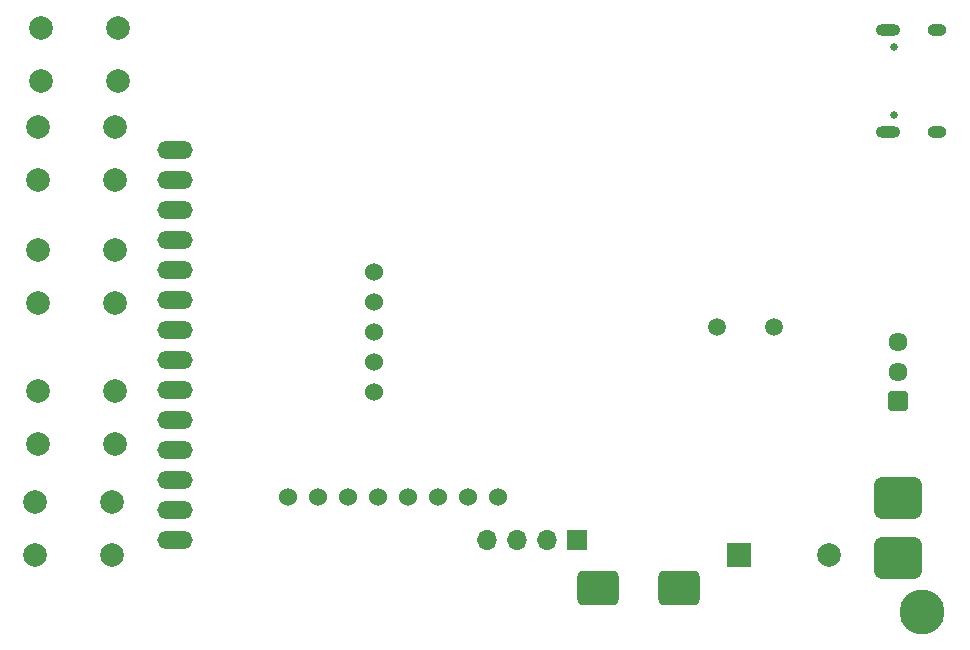
<source format=gbs>
%TF.GenerationSoftware,KiCad,Pcbnew,7.0.10*%
%TF.CreationDate,2024-08-15T13:32:22+05:30*%
%TF.ProjectId,Watch,57617463-682e-46b6-9963-61645f706362,rev?*%
%TF.SameCoordinates,Original*%
%TF.FileFunction,Soldermask,Bot*%
%TF.FilePolarity,Negative*%
%FSLAX46Y46*%
G04 Gerber Fmt 4.6, Leading zero omitted, Abs format (unit mm)*
G04 Created by KiCad (PCBNEW 7.0.10) date 2024-08-15 13:32:22*
%MOMM*%
%LPD*%
G01*
G04 APERTURE LIST*
G04 Aperture macros list*
%AMRoundRect*
0 Rectangle with rounded corners*
0 $1 Rounding radius*
0 $2 $3 $4 $5 $6 $7 $8 $9 X,Y pos of 4 corners*
0 Add a 4 corners polygon primitive as box body*
4,1,4,$2,$3,$4,$5,$6,$7,$8,$9,$2,$3,0*
0 Add four circle primitives for the rounded corners*
1,1,$1+$1,$2,$3*
1,1,$1+$1,$4,$5*
1,1,$1+$1,$6,$7*
1,1,$1+$1,$8,$9*
0 Add four rect primitives between the rounded corners*
20,1,$1+$1,$2,$3,$4,$5,0*
20,1,$1+$1,$4,$5,$6,$7,0*
20,1,$1+$1,$6,$7,$8,$9,0*
20,1,$1+$1,$8,$9,$2,$3,0*%
G04 Aperture macros list end*
%ADD10C,3.800000*%
%ADD11C,1.612000*%
%ADD12RoundRect,0.102000X0.704000X-0.704000X0.704000X0.704000X-0.704000X0.704000X-0.704000X-0.704000X0*%
%ADD13C,2.000000*%
%ADD14R,1.700000X1.700000*%
%ADD15O,1.700000X1.700000*%
%ADD16O,1.600000X1.000000*%
%ADD17O,2.100000X1.000000*%
%ADD18C,0.650000*%
%ADD19C,1.524000*%
%ADD20C,1.500000*%
%ADD21O,3.000000X1.500000*%
%ADD22R,2.000000X2.000000*%
%ADD23RoundRect,0.459375X-1.290625X-1.010625X1.290625X-1.010625X1.290625X1.010625X-1.290625X1.010625X0*%
%ADD24RoundRect,0.546875X1.458125X-1.203125X1.458125X1.203125X-1.458125X1.203125X-1.458125X-1.203125X0*%
G04 APERTURE END LIST*
D10*
%TO.C,M2*%
X158750000Y-125476000D03*
%TD*%
D11*
%TO.C,SW1*%
X156718000Y-102616000D03*
X156718000Y-105116000D03*
D12*
X156718000Y-107616000D03*
%TD*%
D13*
%TO.C,BOOT*%
X83872000Y-106716000D03*
X90372000Y-106716000D03*
X83872000Y-111216000D03*
X90372000Y-111216000D03*
%TD*%
%TO.C,Failsafe*%
X84126000Y-75982000D03*
X90626000Y-75982000D03*
X84126000Y-80482000D03*
X90626000Y-80482000D03*
%TD*%
%TO.C,Reset*%
X83618000Y-116114000D03*
X90118000Y-116114000D03*
X83618000Y-120614000D03*
X90118000Y-120614000D03*
%TD*%
D14*
%TO.C,J3*%
X129540000Y-119380000D03*
D15*
X127000000Y-119380000D03*
X124460000Y-119380000D03*
X121920000Y-119380000D03*
%TD*%
D16*
%TO.C,J1*%
X160030000Y-76180000D03*
D17*
X155850000Y-76180000D03*
D16*
X160030000Y-84820000D03*
D17*
X155850000Y-84820000D03*
D18*
X156350000Y-77610000D03*
X156350000Y-83390000D03*
%TD*%
D19*
%TO.C,U6*%
X105029000Y-115697000D03*
X107569000Y-115697000D03*
X110109000Y-115697000D03*
X112649000Y-115697000D03*
X115189000Y-115697000D03*
X117729000Y-115697000D03*
X120269000Y-115697000D03*
X122809000Y-115697000D03*
%TD*%
D20*
%TO.C,Y1*%
X146214000Y-101346000D03*
X141334000Y-101346000D03*
%TD*%
D13*
%TO.C,Control_1*%
X90372000Y-88864000D03*
X83872000Y-88864000D03*
X90372000Y-84364000D03*
X83872000Y-84364000D03*
%TD*%
D19*
%TO.C,MAX1*%
X112363000Y-96679000D03*
X112363000Y-99219000D03*
X112363000Y-101759000D03*
X112363000Y-104299000D03*
X112363000Y-106839000D03*
%TD*%
D21*
%TO.C,U3*%
X95504000Y-86360000D03*
X95504000Y-88900000D03*
X95504000Y-91440000D03*
X95504000Y-93980000D03*
X95504000Y-96520000D03*
X95504000Y-99060000D03*
X95504000Y-101600000D03*
X95504000Y-104140000D03*
X95504000Y-106680000D03*
X95504000Y-109220000D03*
X95504000Y-111760000D03*
X95504000Y-114300000D03*
X95504000Y-116840000D03*
X95504000Y-119380000D03*
%TD*%
D13*
%TO.C,Control_2*%
X83872000Y-94778000D03*
X90372000Y-94778000D03*
X83872000Y-99278000D03*
X90372000Y-99278000D03*
%TD*%
D22*
%TO.C,BZ1*%
X143266000Y-120650000D03*
D13*
X150866000Y-120650000D03*
%TD*%
D23*
%TO.C,M1*%
X131318000Y-123444000D03*
X138148000Y-123444000D03*
%TD*%
D24*
%TO.C,J2*%
X156718000Y-115824000D03*
X156718000Y-120904000D03*
%TD*%
M02*

</source>
